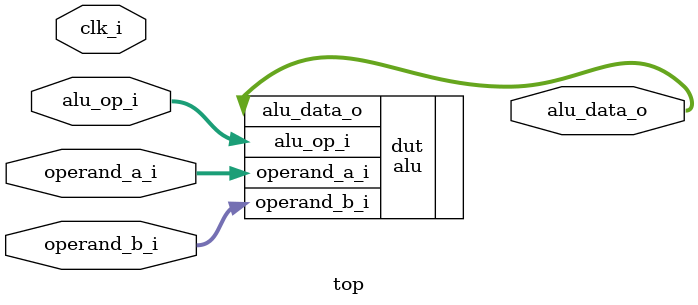
<source format=sv>
module top
	(
		/*verilator lint_off UNUSED*/
		input logic [31:0] operand_a_i, operand_b_i,
		input logic [3:0]  alu_op_i,
		input logic clk_i,
	
		output logic [31:0] alu_data_o
		/*verilator lint_off UNUSED*/
	);

	alu dut(
		.operand_a_i (operand_a_i),
		.operand_b_i (operand_b_i),
		.alu_op_i	 (alu_op_i),
		.alu_data_o  (alu_data_o)
	);
endmodule: top

</source>
